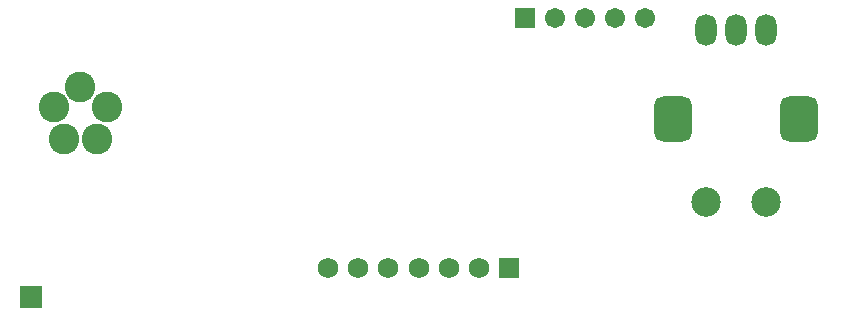
<source format=gts>
G04*
G04 #@! TF.GenerationSoftware,Altium Limited,Altium Designer,23.8.1 (32)*
G04*
G04 Layer_Color=8388736*
%FSLAX25Y25*%
%MOIN*%
G70*
G04*
G04 #@! TF.SameCoordinates,45B655E0-0CFB-48ED-97EE-2201F2EA58C2*
G04*
G04*
G04 #@! TF.FilePolarity,Negative*
G04*
G01*
G75*
%ADD12R,0.06706X0.06706*%
%ADD13C,0.06706*%
%ADD14C,0.10249*%
%ADD15C,0.06896*%
%ADD16R,0.06896X0.06896*%
%ADD17O,0.07099X0.10642*%
%ADD18C,0.09855*%
%ADD19R,0.07493X0.07493*%
G04:AMPARAMS|DCode=20|XSize=126.11mil|YSize=153.67mil|CornerRadius=33.53mil|HoleSize=0mil|Usage=FLASHONLY|Rotation=180.000|XOffset=0mil|YOffset=0mil|HoleType=Round|Shape=RoundedRectangle|*
%AMROUNDEDRECTD20*
21,1,0.12611,0.08661,0,0,180.0*
21,1,0.05906,0.15367,0,0,180.0*
1,1,0.06706,-0.02953,0.04331*
1,1,0.06706,0.02953,0.04331*
1,1,0.06706,0.02953,-0.04331*
1,1,0.06706,-0.02953,-0.04331*
%
%ADD20ROUNDEDRECTD20*%
D12*
X173800Y101600D02*
D03*
D13*
X183800D02*
D03*
X193800D02*
D03*
X203800D02*
D03*
X213800D02*
D03*
D14*
X20046Y61230D02*
D03*
X31136D02*
D03*
X34561Y71791D02*
D03*
X25591Y78367D02*
D03*
X16620Y71791D02*
D03*
D15*
X128244Y18340D02*
D03*
X118244D02*
D03*
X138295Y18244D02*
D03*
X108244Y18340D02*
D03*
X148295Y18244D02*
D03*
X158295D02*
D03*
D16*
X168295Y18254D02*
D03*
D17*
X253937Y97441D02*
D03*
X234252D02*
D03*
X244094D02*
D03*
D18*
X253937Y40354D02*
D03*
X234252D02*
D03*
D19*
X9206Y8443D02*
D03*
D20*
X223095Y67898D02*
D03*
X265094D02*
D03*
M02*

</source>
